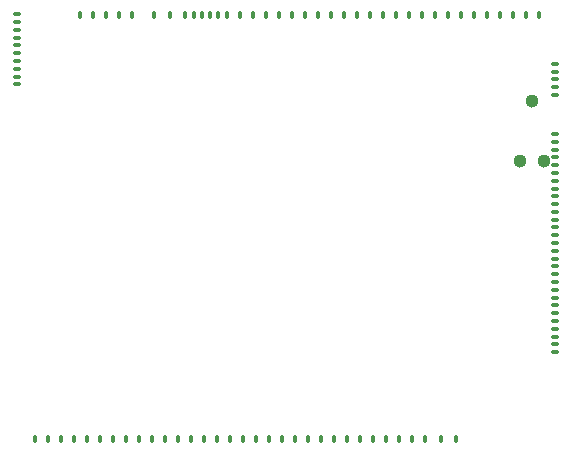
<source format=gbs>
G04*
G04 #@! TF.GenerationSoftware,Altium Limited,Altium Designer,22.1.2 (22)*
G04*
G04 Layer_Color=16711935*
%FSLAX25Y25*%
%MOIN*%
G70*
G04*
G04 #@! TF.SameCoordinates,AA89485F-E9C4-495D-BB32-9FCCB39CE94D*
G04*
G04*
G04 #@! TF.FilePolarity,Negative*
G04*
G01*
G75*
%ADD71C,0.04451*%
G04:AMPARAMS|DCode=93|XSize=15.35mil|YSize=25.2mil|CornerRadius=7.68mil|HoleSize=0mil|Usage=FLASHONLY|Rotation=180.000|XOffset=0mil|YOffset=0mil|HoleType=Round|Shape=RoundedRectangle|*
%AMROUNDEDRECTD93*
21,1,0.01535,0.00984,0,0,180.0*
21,1,0.00000,0.02520,0,0,180.0*
1,1,0.01535,0.00000,0.00492*
1,1,0.01535,0.00000,0.00492*
1,1,0.01535,0.00000,-0.00492*
1,1,0.01535,0.00000,-0.00492*
%
%ADD93ROUNDEDRECTD93*%
G04:AMPARAMS|DCode=94|XSize=15.35mil|YSize=25.2mil|CornerRadius=7.68mil|HoleSize=0mil|Usage=FLASHONLY|Rotation=270.000|XOffset=0mil|YOffset=0mil|HoleType=Round|Shape=RoundedRectangle|*
%AMROUNDEDRECTD94*
21,1,0.01535,0.00984,0,0,270.0*
21,1,0.00000,0.02520,0,0,270.0*
1,1,0.01535,-0.00492,0.00000*
1,1,0.01535,-0.00492,0.00000*
1,1,0.01535,0.00492,0.00000*
1,1,0.01535,0.00492,0.00000*
%
%ADD94ROUNDEDRECTD94*%
D71*
X173425Y114921D02*
D03*
X177425Y94921D02*
D03*
X169425D02*
D03*
D93*
X35807Y143512D02*
D03*
X31476D02*
D03*
X27146D02*
D03*
X40138D02*
D03*
X22815D02*
D03*
X66083D02*
D03*
X60847D02*
D03*
X162697D02*
D03*
X167027D02*
D03*
X171358D02*
D03*
X25138Y2059D02*
D03*
X20807D02*
D03*
X16477D02*
D03*
X12146D02*
D03*
X133405D02*
D03*
X137736D02*
D03*
X142933D02*
D03*
X148130D02*
D03*
X129075D02*
D03*
X124744D02*
D03*
X120413D02*
D03*
X116083D02*
D03*
X111752D02*
D03*
X107421D02*
D03*
X103091D02*
D03*
X98760D02*
D03*
X94429D02*
D03*
X90099D02*
D03*
X85768D02*
D03*
X81437D02*
D03*
X77106D02*
D03*
X72776D02*
D03*
X68445D02*
D03*
X64114D02*
D03*
X59784D02*
D03*
X55453D02*
D03*
X51122D02*
D03*
X46791D02*
D03*
X42461D02*
D03*
X38130D02*
D03*
X63465Y143512D02*
D03*
X57854D02*
D03*
X52658D02*
D03*
X47461D02*
D03*
X68701D02*
D03*
X71752D02*
D03*
X76083D02*
D03*
X80413D02*
D03*
X84744D02*
D03*
X89075D02*
D03*
X93405D02*
D03*
X97736D02*
D03*
X102067D02*
D03*
X106398D02*
D03*
X110728D02*
D03*
X115059D02*
D03*
X119390D02*
D03*
X123720D02*
D03*
X128051D02*
D03*
X132382D02*
D03*
X136713D02*
D03*
X141043D02*
D03*
X145374D02*
D03*
X149705D02*
D03*
X154035D02*
D03*
X158366D02*
D03*
X33799Y2059D02*
D03*
X29469D02*
D03*
X7815D02*
D03*
X175689Y143512D02*
D03*
D94*
X181110Y49311D02*
D03*
Y46713D02*
D03*
Y44114D02*
D03*
Y41516D02*
D03*
Y38917D02*
D03*
Y36319D02*
D03*
Y33720D02*
D03*
Y31122D02*
D03*
Y119468D02*
D03*
Y122067D02*
D03*
Y124665D02*
D03*
Y127264D02*
D03*
Y116870D02*
D03*
Y103878D02*
D03*
Y101279D02*
D03*
Y98681D02*
D03*
Y96083D02*
D03*
Y93484D02*
D03*
Y90886D02*
D03*
Y88287D02*
D03*
Y85689D02*
D03*
Y83091D02*
D03*
Y80492D02*
D03*
Y77894D02*
D03*
Y75295D02*
D03*
Y72697D02*
D03*
Y70098D02*
D03*
Y67500D02*
D03*
Y64902D02*
D03*
Y62303D02*
D03*
Y59705D02*
D03*
Y57106D02*
D03*
Y54508D02*
D03*
Y51909D02*
D03*
X1870Y138583D02*
D03*
Y135984D02*
D03*
Y133386D02*
D03*
Y130787D02*
D03*
Y128189D02*
D03*
Y125591D02*
D03*
Y122992D02*
D03*
Y120394D02*
D03*
Y143780D02*
D03*
Y141181D02*
D03*
M02*

</source>
